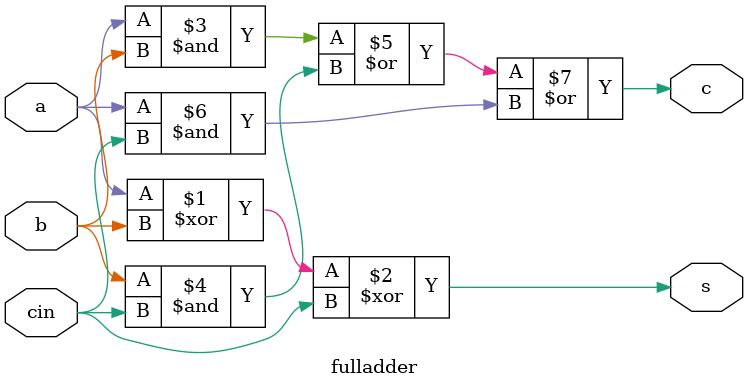
<source format=v>
module fulladder(a, b, cin, s, c);
  input a, b, cin;
  output s, c;

  assign s = a ^ b ^ cin;
  assign c = (a & b) | (b & cin) | (a & cin);
endmodule
</source>
